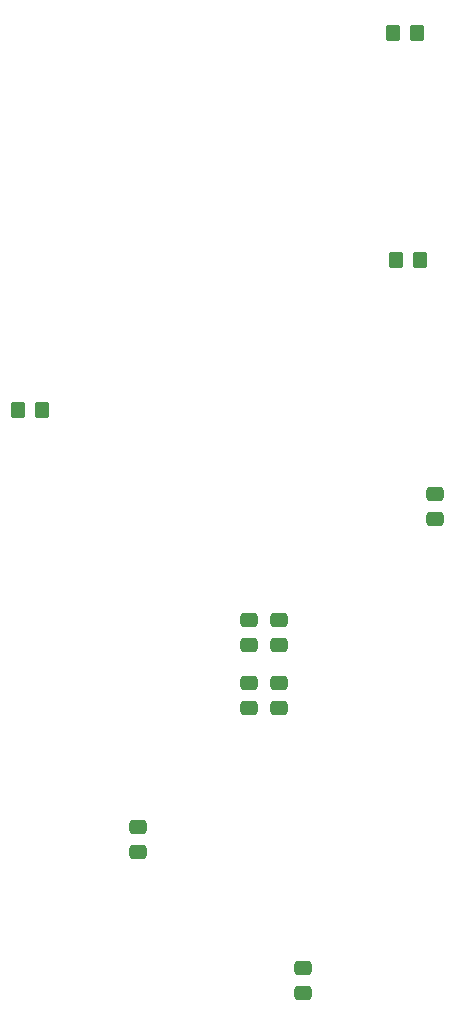
<source format=gtp>
G04 #@! TF.GenerationSoftware,KiCad,Pcbnew,(6.0.10-0)*
G04 #@! TF.CreationDate,2023-04-17T00:01:30-05:00*
G04 #@! TF.ProjectId,v2.0,76322e30-2e6b-4696-9361-645f70636258,v2.0*
G04 #@! TF.SameCoordinates,Original*
G04 #@! TF.FileFunction,Paste,Top*
G04 #@! TF.FilePolarity,Positive*
%FSLAX46Y46*%
G04 Gerber Fmt 4.6, Leading zero omitted, Abs format (unit mm)*
G04 Created by KiCad (PCBNEW (6.0.10-0)) date 2023-04-17 00:01:30*
%MOMM*%
%LPD*%
G01*
G04 APERTURE LIST*
G04 Aperture macros list*
%AMRoundRect*
0 Rectangle with rounded corners*
0 $1 Rounding radius*
0 $2 $3 $4 $5 $6 $7 $8 $9 X,Y pos of 4 corners*
0 Add a 4 corners polygon primitive as box body*
4,1,4,$2,$3,$4,$5,$6,$7,$8,$9,$2,$3,0*
0 Add four circle primitives for the rounded corners*
1,1,$1+$1,$2,$3*
1,1,$1+$1,$4,$5*
1,1,$1+$1,$6,$7*
1,1,$1+$1,$8,$9*
0 Add four rect primitives between the rounded corners*
20,1,$1+$1,$2,$3,$4,$5,0*
20,1,$1+$1,$4,$5,$6,$7,0*
20,1,$1+$1,$6,$7,$8,$9,0*
20,1,$1+$1,$8,$9,$2,$3,0*%
G04 Aperture macros list end*
%ADD10RoundRect,0.250000X-0.475000X0.337500X-0.475000X-0.337500X0.475000X-0.337500X0.475000X0.337500X0*%
%ADD11RoundRect,0.250000X0.475000X-0.337500X0.475000X0.337500X-0.475000X0.337500X-0.475000X-0.337500X0*%
%ADD12RoundRect,0.250000X-0.350000X-0.450000X0.350000X-0.450000X0.350000X0.450000X-0.350000X0.450000X0*%
G04 APERTURE END LIST*
D10*
X207772000Y-116056500D03*
X207772000Y-118131500D03*
D11*
X217170000Y-105939500D03*
X217170000Y-103864500D03*
D12*
X229378000Y-48788000D03*
X231378000Y-48788000D03*
X229632000Y-68072000D03*
X231632000Y-68072000D03*
D11*
X232918000Y-89937500D03*
X232918000Y-87862500D03*
D12*
X197628000Y-80772000D03*
X199628000Y-80772000D03*
D11*
X219710000Y-100605500D03*
X219710000Y-98530500D03*
X219710000Y-105939500D03*
X219710000Y-103864500D03*
D10*
X221742000Y-127994500D03*
X221742000Y-130069500D03*
D11*
X217170000Y-100605500D03*
X217170000Y-98530500D03*
M02*

</source>
